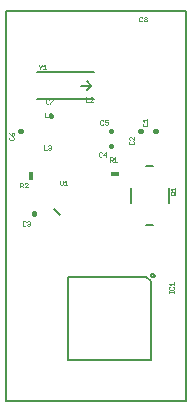
<source format=gto>
G75*
%MOIN*%
%OFA0B0*%
%FSLAX25Y25*%
%IPPOS*%
%LPD*%
%AMOC8*
5,1,8,0,0,1.08239X$1,22.5*
%
%ADD10C,0.00800*%
%ADD11C,0.00100*%
%ADD12C,0.01600*%
%ADD13R,0.02800X0.01600*%
%ADD14R,0.01600X0.02800*%
D10*
X0013000Y0001400D02*
X0013000Y0131400D01*
X0073000Y0131400D01*
X0073000Y0001400D01*
X0013000Y0001400D01*
X0033701Y0015101D02*
X0033701Y0042699D01*
X0059902Y0042699D01*
X0061299Y0041302D01*
X0061299Y0015101D01*
X0033701Y0015101D01*
X0059819Y0060057D02*
X0062181Y0060057D01*
X0067299Y0067538D02*
X0067299Y0072262D01*
X0062181Y0079743D02*
X0059819Y0079743D01*
X0054701Y0072262D02*
X0054701Y0067538D01*
X0061400Y0043300D02*
X0061402Y0043349D01*
X0061408Y0043397D01*
X0061418Y0043445D01*
X0061432Y0043492D01*
X0061449Y0043538D01*
X0061470Y0043582D01*
X0061495Y0043624D01*
X0061523Y0043664D01*
X0061555Y0043702D01*
X0061589Y0043737D01*
X0061626Y0043769D01*
X0061665Y0043798D01*
X0061707Y0043824D01*
X0061751Y0043846D01*
X0061796Y0043864D01*
X0061843Y0043879D01*
X0061890Y0043890D01*
X0061939Y0043897D01*
X0061988Y0043900D01*
X0062037Y0043899D01*
X0062085Y0043894D01*
X0062134Y0043885D01*
X0062181Y0043872D01*
X0062227Y0043855D01*
X0062271Y0043835D01*
X0062314Y0043811D01*
X0062355Y0043784D01*
X0062393Y0043753D01*
X0062429Y0043720D01*
X0062461Y0043684D01*
X0062491Y0043645D01*
X0062518Y0043604D01*
X0062541Y0043560D01*
X0062560Y0043515D01*
X0062576Y0043469D01*
X0062588Y0043422D01*
X0062596Y0043373D01*
X0062600Y0043324D01*
X0062600Y0043276D01*
X0062596Y0043227D01*
X0062588Y0043178D01*
X0062576Y0043131D01*
X0062560Y0043085D01*
X0062541Y0043040D01*
X0062518Y0042996D01*
X0062491Y0042955D01*
X0062461Y0042916D01*
X0062429Y0042880D01*
X0062393Y0042847D01*
X0062355Y0042816D01*
X0062314Y0042789D01*
X0062271Y0042765D01*
X0062227Y0042745D01*
X0062181Y0042728D01*
X0062134Y0042715D01*
X0062085Y0042706D01*
X0062037Y0042701D01*
X0061988Y0042700D01*
X0061939Y0042703D01*
X0061890Y0042710D01*
X0061843Y0042721D01*
X0061796Y0042736D01*
X0061751Y0042754D01*
X0061707Y0042776D01*
X0061665Y0042802D01*
X0061626Y0042831D01*
X0061589Y0042863D01*
X0061555Y0042898D01*
X0061523Y0042936D01*
X0061495Y0042976D01*
X0061470Y0043018D01*
X0061449Y0043062D01*
X0061432Y0043108D01*
X0061418Y0043155D01*
X0061408Y0043203D01*
X0061402Y0043251D01*
X0061400Y0043300D01*
X0031092Y0063528D02*
X0029123Y0065497D01*
X0023500Y0101900D02*
X0042500Y0101900D01*
X0040000Y0104900D02*
X0041500Y0106400D01*
X0040000Y0107900D01*
X0041500Y0106400D02*
X0038000Y0106400D01*
X0042500Y0110900D02*
X0023500Y0110900D01*
D11*
X0024550Y0111950D02*
X0024550Y0112701D01*
X0025051Y0113201D01*
X0025051Y0113451D01*
X0025523Y0112951D02*
X0026024Y0113451D01*
X0026024Y0111950D01*
X0026524Y0111950D02*
X0025523Y0111950D01*
X0024550Y0112701D02*
X0024050Y0113201D01*
X0024050Y0113451D01*
X0026654Y0102001D02*
X0026403Y0101751D01*
X0026403Y0100750D01*
X0026654Y0100500D01*
X0027154Y0100500D01*
X0027404Y0100750D01*
X0027877Y0100750D02*
X0027877Y0100500D01*
X0027877Y0100750D02*
X0028878Y0101751D01*
X0028878Y0102001D01*
X0027877Y0102001D01*
X0027404Y0101751D02*
X0027154Y0102001D01*
X0026654Y0102001D01*
X0026050Y0097401D02*
X0026050Y0095900D01*
X0027051Y0095900D01*
X0027523Y0095900D02*
X0028524Y0095900D01*
X0028024Y0095900D02*
X0028024Y0097401D01*
X0027523Y0096901D01*
X0027327Y0086601D02*
X0027827Y0086601D01*
X0028078Y0086351D01*
X0028078Y0086101D01*
X0027827Y0085851D01*
X0028078Y0085600D01*
X0028078Y0085350D01*
X0027827Y0085100D01*
X0027327Y0085100D01*
X0027077Y0085350D01*
X0026604Y0085100D02*
X0025603Y0085100D01*
X0025603Y0086601D01*
X0027077Y0086351D02*
X0027327Y0086601D01*
X0027577Y0085851D02*
X0027827Y0085851D01*
X0031101Y0074849D02*
X0031101Y0073597D01*
X0031351Y0073347D01*
X0031852Y0073347D01*
X0032102Y0073597D01*
X0032102Y0074849D01*
X0032574Y0074348D02*
X0033075Y0074849D01*
X0033075Y0073347D01*
X0033575Y0073347D02*
X0032574Y0073347D01*
X0020827Y0061301D02*
X0021078Y0061051D01*
X0021078Y0060801D01*
X0020827Y0060551D01*
X0021078Y0060300D01*
X0021078Y0060050D01*
X0020827Y0059800D01*
X0020327Y0059800D01*
X0020077Y0060050D01*
X0019604Y0060050D02*
X0019354Y0059800D01*
X0018854Y0059800D01*
X0018603Y0060050D01*
X0018603Y0061051D01*
X0018854Y0061301D01*
X0019354Y0061301D01*
X0019604Y0061051D01*
X0020077Y0061051D02*
X0020327Y0061301D01*
X0020827Y0061301D01*
X0020827Y0060551D02*
X0020577Y0060551D01*
X0020278Y0072600D02*
X0019277Y0072600D01*
X0020278Y0073601D01*
X0020278Y0073851D01*
X0020027Y0074101D01*
X0019527Y0074101D01*
X0019277Y0073851D01*
X0018804Y0073851D02*
X0018804Y0073351D01*
X0018554Y0073100D01*
X0017803Y0073100D01*
X0017803Y0072600D02*
X0017803Y0074101D01*
X0018554Y0074101D01*
X0018804Y0073851D01*
X0018304Y0073100D02*
X0018804Y0072600D01*
X0015450Y0088350D02*
X0014449Y0088350D01*
X0014199Y0088600D01*
X0014199Y0089101D01*
X0014449Y0089351D01*
X0014949Y0089823D02*
X0014949Y0090574D01*
X0015200Y0090824D01*
X0015450Y0090824D01*
X0015700Y0090574D01*
X0015700Y0090073D01*
X0015450Y0089823D01*
X0014949Y0089823D01*
X0014449Y0090324D01*
X0014199Y0090824D01*
X0015450Y0089351D02*
X0015700Y0089101D01*
X0015700Y0088600D01*
X0015450Y0088350D01*
X0039603Y0101100D02*
X0040604Y0101100D01*
X0041077Y0101100D02*
X0042078Y0102101D01*
X0042078Y0102351D01*
X0041827Y0102601D01*
X0041327Y0102601D01*
X0041077Y0102351D01*
X0041077Y0101100D02*
X0042078Y0101100D01*
X0039603Y0101100D02*
X0039603Y0102601D01*
X0044800Y0095001D02*
X0044550Y0094751D01*
X0044550Y0093750D01*
X0044800Y0093500D01*
X0045301Y0093500D01*
X0045551Y0093750D01*
X0046023Y0093750D02*
X0046273Y0093500D01*
X0046774Y0093500D01*
X0047024Y0093750D01*
X0047024Y0094251D01*
X0046774Y0094501D01*
X0046524Y0094501D01*
X0046023Y0094251D01*
X0046023Y0095001D01*
X0047024Y0095001D01*
X0045551Y0094751D02*
X0045301Y0095001D01*
X0044800Y0095001D01*
X0044801Y0084301D02*
X0044300Y0084301D01*
X0044050Y0084051D01*
X0044050Y0083050D01*
X0044300Y0082800D01*
X0044801Y0082800D01*
X0045051Y0083050D01*
X0045523Y0083551D02*
X0046524Y0083551D01*
X0046274Y0084301D02*
X0045523Y0083551D01*
X0045051Y0084051D02*
X0044801Y0084301D01*
X0046274Y0084301D02*
X0046274Y0082800D01*
X0047603Y0082601D02*
X0047603Y0081100D01*
X0047603Y0081600D02*
X0048354Y0081600D01*
X0048604Y0081851D01*
X0048604Y0082351D01*
X0048354Y0082601D01*
X0047603Y0082601D01*
X0048104Y0081600D02*
X0048604Y0081100D01*
X0049077Y0081100D02*
X0050078Y0081100D01*
X0049577Y0081100D02*
X0049577Y0082601D01*
X0049077Y0082101D01*
X0054199Y0087200D02*
X0054449Y0086950D01*
X0055450Y0086950D01*
X0055700Y0087200D01*
X0055700Y0087701D01*
X0055450Y0087951D01*
X0055700Y0088423D02*
X0054699Y0089424D01*
X0054449Y0089424D01*
X0054199Y0089174D01*
X0054199Y0088673D01*
X0054449Y0088423D01*
X0054449Y0087951D02*
X0054199Y0087701D01*
X0054199Y0087200D01*
X0055700Y0088423D02*
X0055700Y0089424D01*
X0058949Y0092950D02*
X0059950Y0092950D01*
X0060200Y0093200D01*
X0060200Y0093701D01*
X0059950Y0093951D01*
X0060200Y0094423D02*
X0060200Y0095424D01*
X0060200Y0094924D02*
X0058699Y0094924D01*
X0059199Y0094423D01*
X0058949Y0093951D02*
X0058699Y0093701D01*
X0058699Y0093200D01*
X0058949Y0092950D01*
X0069450Y0072424D02*
X0069450Y0071423D01*
X0069450Y0070951D02*
X0068950Y0070450D01*
X0069450Y0070200D02*
X0069200Y0069950D01*
X0068199Y0069950D01*
X0067949Y0070200D01*
X0067949Y0070701D01*
X0068199Y0070951D01*
X0069200Y0070951D01*
X0069450Y0070701D01*
X0069450Y0070200D01*
X0069450Y0071924D02*
X0067949Y0071924D01*
X0068449Y0071423D01*
X0069050Y0040978D02*
X0069050Y0039977D01*
X0069050Y0040477D02*
X0067549Y0040477D01*
X0068049Y0039977D01*
X0067799Y0039504D02*
X0067549Y0039254D01*
X0067549Y0038754D01*
X0067799Y0038503D01*
X0068800Y0038503D01*
X0069050Y0038754D01*
X0069050Y0039254D01*
X0068800Y0039504D01*
X0069050Y0038022D02*
X0069050Y0037521D01*
X0069050Y0037772D02*
X0067549Y0037772D01*
X0067549Y0038022D02*
X0067549Y0037521D01*
X0059774Y0127950D02*
X0059273Y0127950D01*
X0059023Y0128200D01*
X0059023Y0128450D01*
X0059273Y0128701D01*
X0059774Y0128701D01*
X0060024Y0128450D01*
X0060024Y0128200D01*
X0059774Y0127950D01*
X0059774Y0128701D02*
X0060024Y0128951D01*
X0060024Y0129201D01*
X0059774Y0129451D01*
X0059273Y0129451D01*
X0059023Y0129201D01*
X0059023Y0128951D01*
X0059273Y0128701D01*
X0058551Y0129201D02*
X0058301Y0129451D01*
X0057800Y0129451D01*
X0057550Y0129201D01*
X0057550Y0128200D01*
X0057800Y0127950D01*
X0058301Y0127950D01*
X0058551Y0128200D01*
D12*
X0058120Y0091400D02*
X0057880Y0091400D01*
X0062880Y0091400D02*
X0063120Y0091400D01*
X0048000Y0091520D02*
X0048000Y0091280D01*
X0048000Y0086520D02*
X0048000Y0086280D01*
X0028000Y0096280D02*
X0028000Y0096520D01*
X0018120Y0091400D02*
X0017880Y0091400D01*
X0022500Y0064020D02*
X0022500Y0063780D01*
D13*
X0049500Y0076900D03*
D14*
X0021500Y0076400D03*
M02*

</source>
